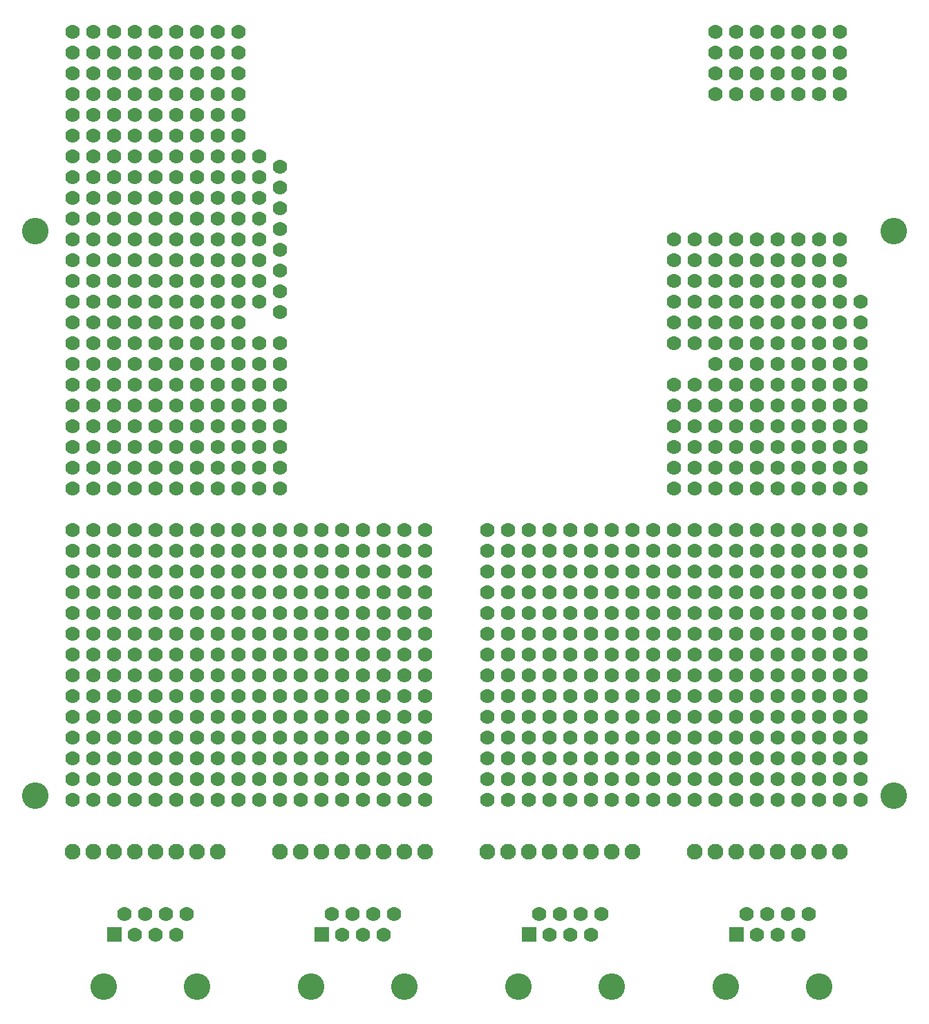
<source format=gbr>
G04 start of page 5 for group -4062 idx -4062
G04 Title: que linda, soldermask *
G04 Creator: pcb 20080202 *
G04 CreationDate: Fri 28 Nov 2008 04:08:51 AM GMT UTC *
G04 For: orluke *
G04 Format: Gerber/RS-274X *
G04 PCB-Dimensions: 450000 650000 *
G04 PCB-Coordinate-Origin: lower left *
%MOIN*%
%FSLAX24Y24*%
%LNBACKMASK*%
%ADD14C,0.1280*%
%ADD15C,0.0700*%
%ADD16C,0.0200*%
%ADD19C,0.0760*%
G54D14*X1200Y44400D03*
G54D15*X10000Y32000D03*
X9000D03*
X10000Y33000D03*
X9000D03*
X7000Y32000D03*
X8000D03*
X6000Y33000D03*
X7000D03*
X8000D03*
X10000Y34000D03*
X9000D03*
X10000Y35000D03*
X7000D03*
X8000D03*
X9000D03*
X6000Y32000D03*
X5000D03*
Y33000D03*
X6000Y35000D03*
X5000D03*
X3000Y32000D03*
X4000D03*
X3000Y33000D03*
X4000D03*
X6000Y34000D03*
X7000D03*
X8000D03*
X5000D03*
X3000D03*
X4000D03*
X3000Y35000D03*
X4000D03*
X10000Y36000D03*
X9000D03*
X10000Y37000D03*
X6000Y36000D03*
Y37000D03*
X7000D03*
X6000Y38000D03*
X7000D03*
Y36000D03*
X8000D03*
Y37000D03*
X9000D03*
X10000Y38000D03*
X8000D03*
X9000D03*
X12000Y39000D03*
Y38000D03*
Y37000D03*
Y36000D03*
Y35000D03*
Y34000D03*
Y33000D03*
X13000Y40500D03*
Y39000D03*
Y38000D03*
Y37000D03*
Y36000D03*
Y35000D03*
X12000Y41000D03*
X13000Y47500D03*
Y46500D03*
Y45500D03*
Y44500D03*
Y43500D03*
Y42500D03*
Y41500D03*
X12000Y48000D03*
Y47000D03*
Y46000D03*
Y45000D03*
Y44000D03*
Y43000D03*
Y42000D03*
X13000Y34000D03*
Y33000D03*
X11000Y30000D03*
X12000D03*
X13000D03*
X11000Y32000D03*
Y33000D03*
Y34000D03*
Y35000D03*
Y36000D03*
Y37000D03*
Y38000D03*
Y39000D03*
Y41000D03*
Y42000D03*
Y40000D03*
Y43000D03*
Y44000D03*
Y45000D03*
Y46000D03*
Y47000D03*
Y48000D03*
Y49000D03*
Y50000D03*
Y51000D03*
Y52000D03*
Y53000D03*
Y54000D03*
X3000Y36000D03*
X4000D03*
X3000Y37000D03*
X4000D03*
X5000Y36000D03*
Y37000D03*
Y38000D03*
X3000D03*
X4000D03*
X3000Y39000D03*
X4000D03*
X5000D03*
X3000Y40000D03*
X4000D03*
X5000D03*
X10000Y39000D03*
X9000D03*
X10000Y41000D03*
X9000D03*
X10000Y40000D03*
X9000D03*
X6000Y39000D03*
X7000D03*
X8000D03*
X6000Y40000D03*
X7000D03*
X8000D03*
X3000Y41000D03*
X4000D03*
X3000Y42000D03*
X4000D03*
X5000Y41000D03*
Y42000D03*
Y43000D03*
X3000D03*
X4000D03*
X3000Y44000D03*
X4000D03*
X6000Y41000D03*
X7000D03*
X8000D03*
Y42000D03*
Y43000D03*
Y44000D03*
Y45000D03*
Y46000D03*
X10000Y42000D03*
X9000D03*
X10000Y43000D03*
X9000D03*
X6000Y42000D03*
X7000D03*
X6000Y43000D03*
X7000D03*
X6000Y44000D03*
X7000D03*
X10000D03*
X9000D03*
X10000Y45000D03*
X9000D03*
X6000D03*
X7000D03*
X6000Y46000D03*
X7000D03*
X5000Y44000D03*
X3000Y45000D03*
X4000D03*
X3000Y46000D03*
X4000D03*
X5000Y45000D03*
Y46000D03*
Y47000D03*
X10000Y46000D03*
X9000D03*
X10000Y47000D03*
X9000D03*
X6000D03*
Y48000D03*
X7000Y47000D03*
Y48000D03*
Y49000D03*
Y50000D03*
Y51000D03*
Y52000D03*
X6000Y49000D03*
Y50000D03*
Y51000D03*
Y52000D03*
Y53000D03*
X7000D03*
Y54000D03*
X6000D03*
X3000Y47000D03*
X4000D03*
X3000Y48000D03*
X4000D03*
X5000D03*
Y49000D03*
Y50000D03*
Y51000D03*
X3000Y49000D03*
X4000D03*
X3000Y50000D03*
X4000D03*
X3000Y51000D03*
X4000D03*
X3000Y52000D03*
X4000D03*
X5000D03*
Y53000D03*
Y54000D03*
X3000Y53000D03*
X4000D03*
X3000Y54000D03*
X4000D03*
X8000Y47000D03*
Y48000D03*
Y49000D03*
Y50000D03*
Y51000D03*
Y52000D03*
X10000Y48000D03*
X9000D03*
X10000Y49000D03*
X9000D03*
X10000Y50000D03*
X9000D03*
X10000Y51000D03*
X9000D03*
X10000Y52000D03*
X9000D03*
X10000Y53000D03*
X9000D03*
X8000D03*
Y54000D03*
X10000D03*
X9000D03*
G54D14*X42600Y44400D03*
Y17200D03*
G54D15*X41000Y30000D03*
Y32000D03*
Y33000D03*
Y21000D03*
Y20000D03*
Y19000D03*
Y18000D03*
Y17000D03*
Y39000D03*
Y40000D03*
Y41000D03*
X36000Y30000D03*
X37000D03*
X38000D03*
X39000D03*
X36000Y29000D03*
X37000D03*
X36000Y28000D03*
X37000D03*
X38000Y29000D03*
X39000D03*
X38000Y28000D03*
X39000D03*
X37000Y19000D03*
X36000Y18000D03*
X37000D03*
X36000Y17000D03*
X37000D03*
X38000Y19000D03*
Y18000D03*
Y17000D03*
X39000Y19000D03*
Y18000D03*
Y17000D03*
X36000Y38000D03*
X37000D03*
X38000D03*
X39000D03*
X40000Y24000D03*
Y23000D03*
Y22000D03*
Y21000D03*
Y20000D03*
Y19000D03*
Y18000D03*
Y17000D03*
Y30000D03*
Y29000D03*
Y28000D03*
Y27000D03*
Y26000D03*
Y25000D03*
X41000Y29000D03*
Y28000D03*
Y27000D03*
Y26000D03*
Y25000D03*
Y24000D03*
Y23000D03*
Y22000D03*
X40000Y38000D03*
X41000Y34000D03*
Y35000D03*
Y36000D03*
Y37000D03*
X32000Y35000D03*
Y36000D03*
Y37000D03*
Y39000D03*
Y40000D03*
Y41000D03*
Y42000D03*
X33000D03*
Y41000D03*
Y40000D03*
X32000Y43000D03*
X33000D03*
X32000Y44000D03*
X33000D03*
Y39000D03*
Y37000D03*
Y36000D03*
Y35000D03*
Y34000D03*
Y33000D03*
Y32000D03*
X34000D03*
Y33000D03*
Y34000D03*
X35000Y32000D03*
Y33000D03*
Y34000D03*
X34000Y35000D03*
Y36000D03*
Y38000D03*
X35000D03*
X36000Y32000D03*
Y33000D03*
Y34000D03*
X37000Y32000D03*
Y33000D03*
X38000D03*
X39000D03*
X40000D03*
X38000Y32000D03*
X39000D03*
X40000D03*
X37000Y34000D03*
X38000D03*
X39000D03*
X40000D03*
X35000Y35000D03*
Y36000D03*
X36000D03*
Y35000D03*
X37000D03*
X38000D03*
X39000D03*
X40000D03*
X37000Y36000D03*
X38000D03*
X39000D03*
X40000D03*
X34000Y37000D03*
Y39000D03*
X35000D03*
Y37000D03*
X36000D03*
X37000D03*
X38000D03*
X39000D03*
X36000Y39000D03*
X37000D03*
X38000D03*
X39000D03*
X35000Y40000D03*
Y41000D03*
X36000D03*
X37000D03*
X38000D03*
X39000D03*
X36000Y40000D03*
X37000D03*
X38000D03*
X39000D03*
Y42000D03*
X34000Y40000D03*
Y41000D03*
Y42000D03*
X35000D03*
X36000D03*
X37000D03*
X38000D03*
X34000Y43000D03*
X35000D03*
X36000D03*
X37000D03*
X38000D03*
Y44000D03*
X39000Y43000D03*
Y44000D03*
X34000D03*
X35000D03*
X36000D03*
X37000D03*
X41000Y38000D03*
X40000Y37000D03*
Y39000D03*
Y40000D03*
Y41000D03*
Y42000D03*
Y43000D03*
Y44000D03*
X38000Y54000D03*
Y53000D03*
Y51000D03*
Y52000D03*
X39000Y54000D03*
Y53000D03*
Y51000D03*
Y52000D03*
X40000Y54000D03*
Y53000D03*
Y51000D03*
Y52000D03*
X34000Y54000D03*
X35000D03*
X36000D03*
X37000D03*
X34000Y53000D03*
Y52000D03*
X35000Y53000D03*
X36000D03*
X37000D03*
X34000Y51000D03*
X35000D03*
Y52000D03*
X36000Y51000D03*
X37000D03*
X36000Y52000D03*
X37000D03*
X33000Y30000D03*
Y29000D03*
X34000Y30000D03*
Y29000D03*
Y28000D03*
X35000Y30000D03*
Y29000D03*
Y28000D03*
X33000D03*
X37000Y27000D03*
Y26000D03*
X38000D03*
X39000D03*
X38000Y27000D03*
X39000D03*
X38000Y25000D03*
X39000D03*
X38000Y24000D03*
X39000D03*
X33000Y27000D03*
Y26000D03*
Y25000D03*
Y24000D03*
X34000Y27000D03*
Y26000D03*
Y25000D03*
Y24000D03*
X35000Y27000D03*
Y26000D03*
Y25000D03*
Y24000D03*
X36000Y27000D03*
Y26000D03*
Y22000D03*
Y21000D03*
Y25000D03*
X37000D03*
X36000Y24000D03*
X37000D03*
Y22000D03*
Y21000D03*
X36000Y23000D03*
X37000D03*
X38000D03*
X39000D03*
X38000Y22000D03*
X39000D03*
X38000Y21000D03*
X39000D03*
X36000Y20000D03*
Y19000D03*
X37000Y20000D03*
X38000D03*
X39000D03*
X33000Y23000D03*
Y22000D03*
X34000Y23000D03*
Y22000D03*
Y21000D03*
Y20000D03*
X35000Y23000D03*
Y22000D03*
Y21000D03*
Y20000D03*
X32000Y21000D03*
X33000D03*
X32000Y20000D03*
X33000D03*
X34000Y19000D03*
X35000D03*
X32000D03*
X33000D03*
X32000Y18000D03*
X33000D03*
X32000Y17000D03*
X33000D03*
X34000Y18000D03*
Y17000D03*
X35000Y18000D03*
Y17000D03*
X12000Y32000D03*
X13000D03*
X32000D03*
Y33000D03*
Y34000D03*
X23000Y30000D03*
X24000D03*
X23000Y29000D03*
X24000D03*
X20000Y30000D03*
X19000D03*
X20000Y29000D03*
X18000D03*
X19000D03*
X16000Y30000D03*
X17000D03*
X18000D03*
X14000D03*
Y29000D03*
X15000Y30000D03*
X16000Y29000D03*
X15000D03*
X17000D03*
X26000Y30000D03*
X25000D03*
Y29000D03*
X26000Y28000D03*
X25000D03*
X27000Y30000D03*
X28000D03*
X26000Y29000D03*
X27000D03*
X28000D03*
X27000Y28000D03*
X23000D03*
X24000D03*
G54D19*X33000Y14500D03*
X34000D03*
X35000D03*
G54D14*X34500Y8000D03*
G54D19*X36000Y14500D03*
X37000D03*
X38000D03*
X39000D03*
X40000D03*
G54D15*X38500Y11500D03*
X38000Y10500D03*
X36500Y11500D03*
X36000Y10500D03*
X37000D03*
G54D16*G36*
X34650Y10850D02*Y10150D01*
X35350D01*
Y10850D01*
X34650D01*
G37*
G54D15*X35500Y11500D03*
X37500D03*
G54D14*X39000Y8000D03*
G54D19*X13000Y14500D03*
X14000D03*
X15000D03*
X16000D03*
X17000D03*
X19000D03*
X20000D03*
X23000D03*
X24000D03*
G54D14*X24500Y8000D03*
G54D19*X25000Y14500D03*
X26000D03*
X27000D03*
X28000D03*
X29000D03*
X30000D03*
G54D15*X28500Y11500D03*
X27500D03*
G54D14*X29000Y8000D03*
G54D15*X28000Y10500D03*
X26000D03*
X27000D03*
G54D16*G36*
X24650Y10850D02*Y10150D01*
X25350D01*
Y10850D01*
X24650D01*
G37*
G54D15*X26500Y11500D03*
X25500D03*
G54D19*X18000Y14500D03*
G54D15*X18500Y11500D03*
X16500D03*
X17500D03*
X16000Y10500D03*
X15500Y11500D03*
G54D16*G36*
X14650Y10850D02*Y10150D01*
X15350D01*
Y10850D01*
X14650D01*
G37*
G54D14*X14500Y8000D03*
G54D15*X18000Y10500D03*
X17000D03*
G54D14*X19000Y8000D03*
G54D15*X31000Y30000D03*
Y29000D03*
X30000D03*
X29000D03*
X30000Y30000D03*
X29000D03*
X32000D03*
Y29000D03*
Y28000D03*
Y27000D03*
Y26000D03*
Y25000D03*
X31000Y28000D03*
X30000D03*
X28000D03*
X29000D03*
X31000Y27000D03*
Y26000D03*
X30000D03*
X31000Y25000D03*
X30000D03*
Y27000D03*
X29000D03*
X28000D03*
Y26000D03*
X29000D03*
X28000Y25000D03*
X29000D03*
X26000Y27000D03*
X25000D03*
X24000D03*
X27000D03*
X25000Y26000D03*
X23000Y27000D03*
Y26000D03*
X24000D03*
X25000Y25000D03*
X24000D03*
X26000Y26000D03*
X27000D03*
X26000Y25000D03*
X27000D03*
X26000Y24000D03*
X27000D03*
X28000D03*
X26000Y23000D03*
X31000Y24000D03*
Y23000D03*
X30000Y24000D03*
X29000D03*
X32000D03*
Y23000D03*
Y22000D03*
X30000Y23000D03*
X29000D03*
X31000Y22000D03*
X30000D03*
X29000D03*
X23000Y25000D03*
Y23000D03*
Y22000D03*
Y24000D03*
X24000D03*
X25000D03*
Y23000D03*
X24000D03*
X25000Y22000D03*
X24000D03*
X23000Y21000D03*
Y20000D03*
Y19000D03*
Y18000D03*
Y17000D03*
X25000Y21000D03*
Y20000D03*
Y19000D03*
Y18000D03*
Y17000D03*
X24000Y21000D03*
Y20000D03*
Y19000D03*
Y18000D03*
Y17000D03*
X31000Y21000D03*
Y20000D03*
X30000Y21000D03*
X29000D03*
X30000Y20000D03*
X29000D03*
X31000Y19000D03*
X30000D03*
X29000D03*
X31000Y18000D03*
Y17000D03*
X30000Y18000D03*
Y17000D03*
X29000Y18000D03*
Y17000D03*
X27000Y23000D03*
Y22000D03*
Y21000D03*
X28000Y23000D03*
Y22000D03*
Y21000D03*
Y20000D03*
Y19000D03*
Y18000D03*
X26000Y22000D03*
Y21000D03*
Y20000D03*
Y19000D03*
Y18000D03*
Y17000D03*
X27000Y20000D03*
Y19000D03*
Y18000D03*
Y17000D03*
X28000D03*
X20000Y28000D03*
X19000D03*
X20000Y27000D03*
X19000D03*
X17000Y28000D03*
X18000D03*
X17000Y27000D03*
X18000D03*
X17000Y25000D03*
X18000D03*
X20000Y26000D03*
X19000D03*
X20000Y25000D03*
X19000D03*
X20000Y24000D03*
X19000D03*
X16000Y28000D03*
X15000D03*
X16000Y27000D03*
X15000D03*
X14000Y28000D03*
Y27000D03*
Y26000D03*
Y25000D03*
X16000Y26000D03*
X15000D03*
X17000D03*
X18000D03*
X17000Y24000D03*
Y23000D03*
Y22000D03*
Y21000D03*
X18000Y24000D03*
Y23000D03*
Y22000D03*
Y21000D03*
X20000Y23000D03*
X19000D03*
X20000Y22000D03*
X19000D03*
X16000Y25000D03*
X15000D03*
X16000Y24000D03*
X15000D03*
X14000D03*
Y23000D03*
Y22000D03*
Y21000D03*
X16000Y23000D03*
X15000D03*
X16000Y22000D03*
X15000D03*
X16000Y21000D03*
X15000D03*
X16000Y20000D03*
X15000D03*
X14000D03*
Y19000D03*
Y18000D03*
Y17000D03*
X16000Y19000D03*
X15000D03*
X16000Y18000D03*
X15000D03*
X16000Y17000D03*
X15000D03*
X20000Y21000D03*
X19000D03*
X20000Y20000D03*
X19000D03*
X17000D03*
Y19000D03*
X18000Y20000D03*
Y19000D03*
X20000D03*
X19000D03*
X20000Y18000D03*
X19000D03*
X20000Y17000D03*
X19000D03*
X17000Y18000D03*
Y17000D03*
X18000Y18000D03*
Y17000D03*
X11000Y29000D03*
X12000D03*
X13000D03*
X11000Y28000D03*
X12000D03*
X13000D03*
X11000Y27000D03*
Y26000D03*
Y25000D03*
X13000Y27000D03*
Y26000D03*
Y25000D03*
X12000Y27000D03*
Y26000D03*
Y25000D03*
Y24000D03*
Y23000D03*
Y22000D03*
X11000Y24000D03*
Y23000D03*
Y22000D03*
Y21000D03*
X13000Y24000D03*
Y23000D03*
Y22000D03*
X12000Y21000D03*
X11000Y20000D03*
Y19000D03*
Y18000D03*
X12000Y20000D03*
Y19000D03*
Y18000D03*
X13000Y21000D03*
Y20000D03*
Y19000D03*
Y18000D03*
Y17000D03*
X11000D03*
X12000D03*
G54D14*X1200Y17200D03*
G54D15*X3000Y18000D03*
Y17000D03*
G54D19*Y14500D03*
G54D15*X8500Y11500D03*
X8000Y10500D03*
G54D14*X9000Y8000D03*
G54D15*X6500Y11500D03*
X6000Y10500D03*
X7000D03*
G54D16*G36*
X4650Y10850D02*Y10150D01*
X5350D01*
Y10850D01*
X4650D01*
G37*
G54D15*X5500Y11500D03*
G54D14*X4500Y8000D03*
G54D15*X7500Y11500D03*
G54D19*X7000Y14500D03*
X8000D03*
X9000D03*
X10000D03*
X4000D03*
X5000D03*
X6000D03*
G54D15*X10000Y18000D03*
X9000D03*
X10000Y17000D03*
X8000D03*
X9000D03*
X6000Y18000D03*
Y17000D03*
X7000D03*
Y18000D03*
X8000D03*
X5000D03*
X4000D03*
X5000Y17000D03*
X4000D03*
X6000Y30000D03*
X7000D03*
X8000D03*
X3000D03*
X5000D03*
X4000D03*
X3000Y29000D03*
Y28000D03*
X4000Y29000D03*
Y28000D03*
X10000Y30000D03*
X9000D03*
X10000Y29000D03*
X9000D03*
X6000D03*
X7000D03*
X8000D03*
X5000D03*
X6000Y28000D03*
X7000D03*
X8000D03*
X5000D03*
X10000D03*
X9000D03*
X10000Y27000D03*
X9000D03*
X6000D03*
Y26000D03*
X7000D03*
X8000D03*
X7000Y27000D03*
X8000D03*
X10000Y26000D03*
X9000D03*
X10000Y25000D03*
X9000D03*
X6000D03*
Y24000D03*
X7000D03*
X8000D03*
X7000Y25000D03*
X8000D03*
X10000Y24000D03*
X9000D03*
X10000Y23000D03*
X9000D03*
X6000D03*
Y22000D03*
X7000D03*
X8000D03*
X7000Y23000D03*
X8000D03*
X3000Y27000D03*
Y26000D03*
Y25000D03*
X5000Y27000D03*
Y26000D03*
Y25000D03*
Y24000D03*
Y23000D03*
Y22000D03*
X4000Y27000D03*
Y26000D03*
Y25000D03*
Y24000D03*
Y23000D03*
Y22000D03*
X3000Y24000D03*
Y23000D03*
Y22000D03*
Y21000D03*
Y20000D03*
Y19000D03*
X5000Y21000D03*
Y20000D03*
Y19000D03*
X4000Y21000D03*
Y20000D03*
Y19000D03*
X10000Y22000D03*
X9000D03*
X10000Y21000D03*
X9000D03*
X6000D03*
Y20000D03*
X7000D03*
X8000D03*
X7000Y21000D03*
X8000D03*
X10000Y20000D03*
X9000D03*
X10000Y19000D03*
X9000D03*
X6000D03*
X7000D03*
X8000D03*
M02*

</source>
